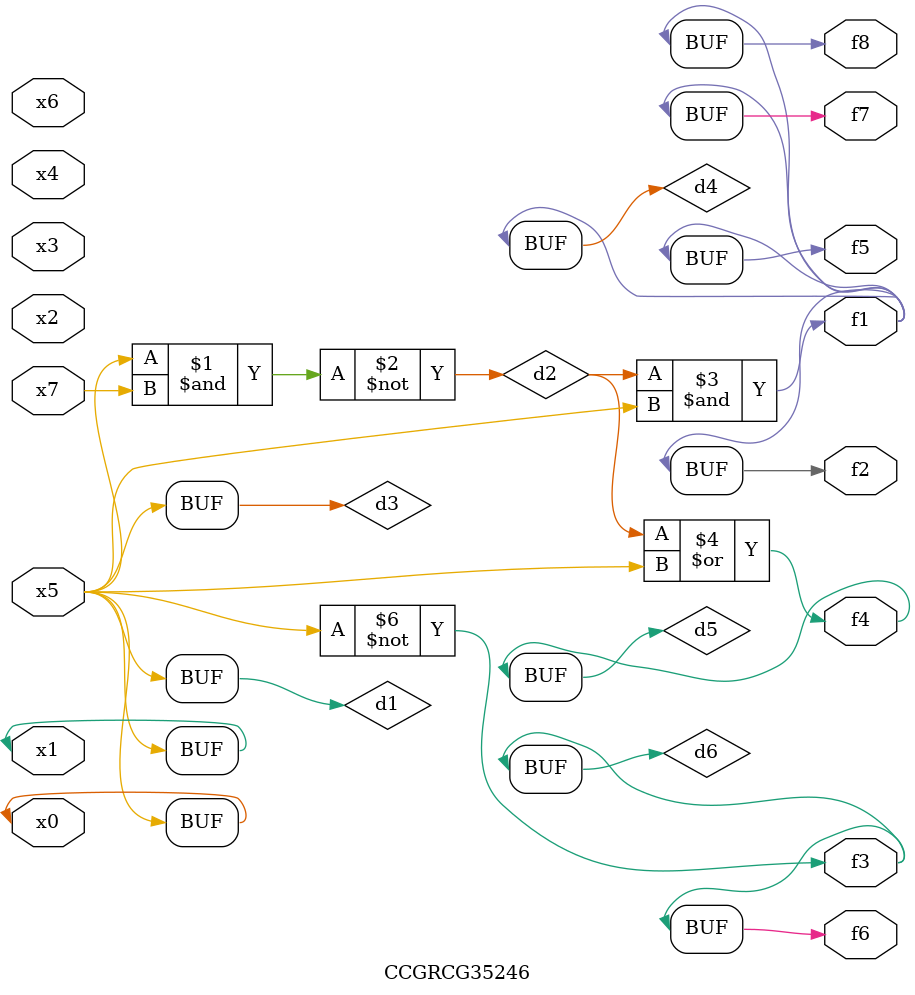
<source format=v>
module CCGRCG35246(
	input x0, x1, x2, x3, x4, x5, x6, x7,
	output f1, f2, f3, f4, f5, f6, f7, f8
);

	wire d1, d2, d3, d4, d5, d6;

	buf (d1, x0, x5);
	nand (d2, x5, x7);
	buf (d3, x0, x1);
	and (d4, d2, d3);
	or (d5, d2, d3);
	nor (d6, d1, d3);
	assign f1 = d4;
	assign f2 = d4;
	assign f3 = d6;
	assign f4 = d5;
	assign f5 = d4;
	assign f6 = d6;
	assign f7 = d4;
	assign f8 = d4;
endmodule

</source>
